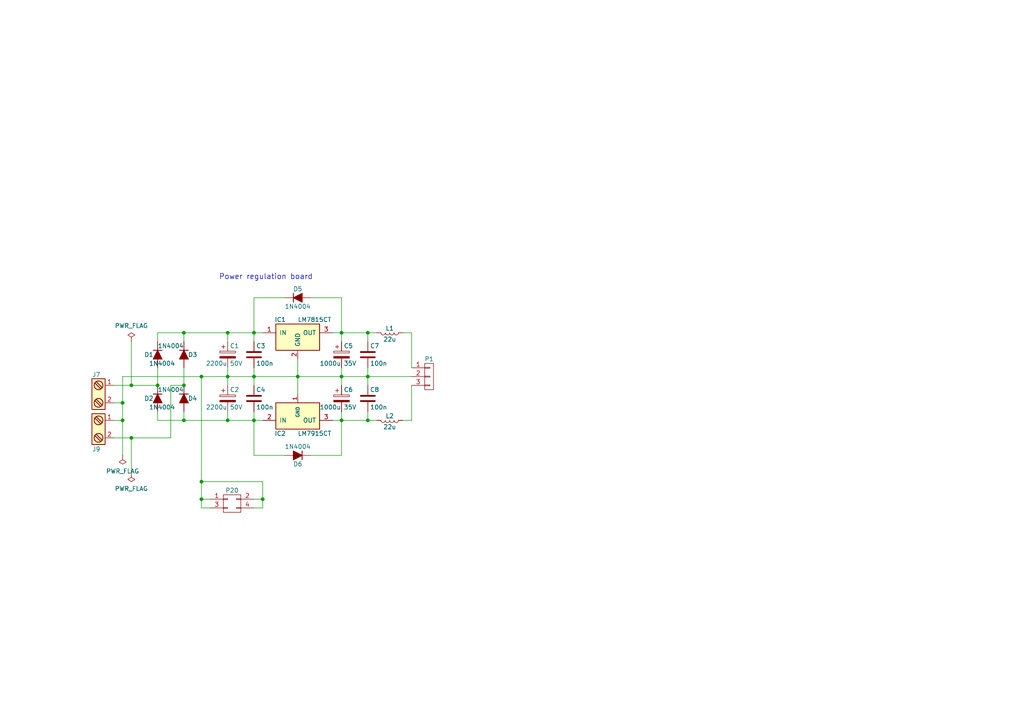
<source format=kicad_sch>
(kicad_sch (version 20211123) (generator eeschema)
  (paper "A4")
  (title_block (title "Pédale Vite v2 — 2x15V AC to DC converter for the audio interface") (date "2019-10-28") (rev "Draft design") (company "Laurent DE SORAS"))
  (lib_symbols
    (symbol "Device:C" (pin_numbers hide) (pin_names (offset 0.254))
      (property "Reference" "C" (at 0.635 2.54 0))
      (property "Value" "C" (at 0.635 -2.54 0))
      (symbol "C_0_1"
        (polyline (pts (xy -2.032 -0.762) (xy 2.032 -0.762)) (stroke (width 0.508)))
        (polyline (pts (xy -2.032 0.762) (xy 2.032 0.762)) (stroke (width 0.508)))
      )
      (symbol "C_1_1"
        (pin passive line (at 0 3.81 270) (length 2.794) (name "~") (number "1"))
        (pin passive line (at 0 -3.81 90) (length 2.794) (name "~") (number "2"))
      )
    )
    (symbol "Device:CP" (pin_numbers hide) (pin_names (offset 0.254))
      (property "Reference" "C" (at 0.635 2.54 0))
      (property "Value" "Device_CP" (at 0.635 -2.54 0))
      (symbol "CP_0_1"
        (rectangle (start -2.286 0.508) (end 2.286 1.016))
        (polyline (pts (xy -1.778 2.286) (xy -0.762 2.286)))
        (polyline (pts (xy -1.27 2.794) (xy -1.27 1.778)))
        (rectangle (start 2.286 -0.508) (end -2.286 -1.016) (fill (type outline)))
      )
      (symbol "CP_1_1"
        (pin passive line (at 0 3.81 270) (length 2.794) (name "~") (number "1"))
        (pin passive line (at 0 -3.81 90) (length 2.794) (name "~") (number "2"))
      )
    )
    (symbol "Device:D_ALT" (pin_numbers hide) (pin_names (offset 1.016) hide)
      (property "Reference" "D" (at 0 2.54 0))
      (property "Value" "Device_D_ALT" (at 0 -2.54 0))
      (symbol "D_ALT_0_1"
        (polyline (pts (xy -1.27 1.27) (xy -1.27 -1.27)) (stroke (width 0.254)))
        (polyline (pts (xy 1.27 0) (xy -1.27 0)))
        (polyline (pts (xy 1.27 1.27) (xy 1.27 -1.27) (xy -1.27 0) (xy 1.27 1.27)) (stroke (width 0.254)) (fill (type outline)))
      )
      (symbol "D_ALT_1_1"
        (pin passive line (at -3.81 0 0) (length 2.54) (name "K") (number "1"))
        (pin passive line (at 3.81 0 180) (length 2.54) (name "A") (number "2"))
      )
    )
    (symbol "Device:L" (pin_numbers hide) (pin_names (offset 1.016) hide)
      (property "Reference" "L" (at -1.27 0 90))
      (property "Value" "L" (at 1.905 0 90))
      (symbol "L_0_1"
        (arc (start 0 -2.54) (mid 0.635 -1.905) (end 0 -1.27))
        (arc (start 0 -1.27) (mid 0.635 -0.635) (end 0 0))
        (arc (start 0 0) (mid 0.635 0.635) (end 0 1.27))
        (arc (start 0 1.27) (mid 0.635 1.905) (end 0 2.54))
      )
      (symbol "L_1_1"
        (pin passive line (at 0 3.81 270) (length 1.27) (name "1") (number "1"))
        (pin passive line (at 0 -3.81 90) (length 1.27) (name "2") (number "2"))
      )
    )
    (symbol "conn:CONN_01X03" (pin_names (offset 1.016) hide)
      (property "Reference" "J" (at 0 5.08 0))
      (property "Value" "conn_CONN_01X03" (at 2.54 0 90))
      (symbol "CONN_01X03_0_1"
        (rectangle (start -1.27 -2.413) (end 0.254 -2.667))
        (rectangle (start -1.27 0.127) (end 0.254 -0.127))
        (rectangle (start -1.27 2.667) (end 0.254 2.413))
        (rectangle (start -1.27 3.81) (end 1.27 -3.81))
      )
      (symbol "CONN_01X03_1_1"
        (pin passive line (at -5.08 2.54 0) (length 3.81) (name "P1") (number "1"))
        (pin passive line (at -5.08 0 0) (length 3.81) (name "P2") (number "2"))
        (pin passive line (at -5.08 -2.54 0) (length 3.81) (name "P3") (number "3"))
      )
    )
    (symbol "conn:CONN_02X02" (pin_names (offset 0.0254) hide)
      (property "Reference" "J" (at 0 3.81 0))
      (property "Value" "conn_CONN_02X02" (at 0 -3.81 0))
      (symbol "CONN_02X02_0_1"
        (rectangle (start -2.54 -1.143) (end -1.27 -1.397))
        (rectangle (start -2.54 1.397) (end -1.27 1.143))
        (rectangle (start -2.54 2.54) (end 2.54 -2.54))
        (rectangle (start 1.27 -1.143) (end 2.54 -1.397))
        (rectangle (start 1.27 1.397) (end 2.54 1.143))
      )
      (symbol "CONN_02X02_1_1"
        (pin passive line (at -6.35 1.27 0) (length 3.81) (name "P1") (number "1"))
        (pin passive line (at 6.35 1.27 180) (length 3.81) (name "P2") (number "2"))
        (pin passive line (at -6.35 -1.27 0) (length 3.81) (name "P3") (number "3"))
        (pin passive line (at 6.35 -1.27 180) (length 3.81) (name "P4") (number "4"))
      )
    )
    (symbol "conn:Screw_Terminal_1x02" (pin_names (offset 0.762) hide)
      (property "Reference" "J" (at 0 6.35 0))
      (property "Value" "conn_Screw_Terminal_1x02" (at -3.81 0 90))
      (symbol "Screw_Terminal_1x02_0_1"
        (rectangle (start -1.27 4.445) (end 2.54 -4.445) (stroke (width 0.254)) (fill (type background)))
        (polyline (pts (xy -0.381 -1.905) (xy 1.27 -3.556)) (stroke (width 0.254)))
        (polyline (pts (xy 0 3.556) (xy 1.651 1.905)) (stroke (width 0.254)))
        (polyline (pts (xy 1.27 1.524) (xy -0.381 3.175)) (stroke (width 0.254)))
        (polyline (pts (xy 1.651 -3.175) (xy 0 -1.524)) (stroke (width 0.254)))
        (circle (center 0.635 -2.54) (radius 1.27) (stroke (width 0.254)))
        (circle (center 0.635 2.54) (radius 1.27) (stroke (width 0.254)))
      )
      (symbol "Screw_Terminal_1x02_1_1"
        (pin passive line (at 5.08 2.54 180) (length 2.54) (name "~") (number "1"))
        (pin passive line (at 5.08 -2.54 180) (length 2.54) (name "~") (number "2"))
      )
    )
    (symbol "power:PWR_FLAG" (power) (pin_numbers hide) (pin_names (offset 0) hide)
      (property "Value" "PWR_FLAG" (at 0 3.81 0))
      (symbol "PWR_FLAG_0_0"
        (pin power_out line (at 0 0 90) (length 0) (name "pwr") (number "1"))
      )
      (symbol "PWR_FLAG_0_1"
        (polyline (pts (xy 0 0) (xy 0 1.27) (xy -1.016 1.905) (xy 0 2.54) (xy 1.016 1.905) (xy 0 1.27)))
      )
    )
    (symbol "regul:LM7815CT" (pin_names (offset 1.016))
      (property "Reference" "U" (at -5.08 5.08 0))
      (property "Value" "regul_LM7815CT" (at 0 5.08 0))
      (symbol "LM7815CT_0_1"
        (rectangle (start -6.35 3.81) (end 6.35 -3.81) (stroke (width 0.254)) (fill (type background)))
      )
      (symbol "LM7815CT_1_1"
        (pin input line (at -10.16 1.27 0) (length 3.81) (name "IN") (number "1"))
        (pin power_in line (at 0 -6.35 90) (length 2.54) (name "GND") (number "2"))
        (pin power_out line (at 10.16 1.27 180) (length 3.81) (name "OUT") (number "3"))
      )
    )
    (symbol "regul:LM7915CT" (pin_names (offset 1.016))
      (property "Reference" "U" (at -5.08 -5.08 0))
      (property "Value" "regul_LM7915CT" (at 0 -5.08 0))
      (symbol "LM7915CT_0_1"
        (rectangle (start -6.35 3.81) (end 6.35 -3.81) (stroke (width 0.254)) (fill (type background)))
      )
      (symbol "LM7915CT_1_1"
        (pin power_in line (at 0 6.35 270) (length 2.54) (name "GND") (number "1"))
        (pin input line (at -10.16 -1.27 0) (length 3.81) (name "IN") (number "2"))
        (pin power_out line (at 10.16 -1.27 180) (length 3.81) (name "OUT") (number "3"))
      )
    )
  )
  (junction (at 106.68 96.52))
  (junction (at 66.04 121.92))
  (junction (at 58.42 139.7))
  (junction (at 38.1 111.76))
  (junction (at 38.1 127))
  (junction (at 53.34 96.52))
  (junction (at 35.56 116.84))
  (junction (at 45.72 111.76))
  (junction (at 58.42 144.78))
  (junction (at 99.06 96.52))
  (junction (at 58.42 109.22))
  (junction (at 76.2 144.78))
  (junction (at 99.06 121.92))
  (junction (at 35.56 121.92))
  (junction (at 73.66 121.92))
  (junction (at 106.68 109.22))
  (junction (at 99.06 109.22))
  (junction (at 66.04 109.22))
  (junction (at 73.66 96.52))
  (junction (at 86.36 109.22))
  (junction (at 106.68 121.92))
  (junction (at 66.04 96.52))
  (junction (at 53.34 111.76))
  (junction (at 73.66 109.22))
  (junction (at 53.34 121.92))
  (wire (pts (xy 99.06 96.52) (xy 106.68 96.52)))
  (wire (pts (xy 73.66 106.68) (xy 73.66 109.22)))
  (wire (pts (xy 53.34 121.92) (xy 53.34 119.38)))
  (wire (pts (xy 45.72 111.76) (xy 45.72 106.68)))
  (wire (pts (xy 76.2 147.32) (xy 73.66 147.32)))
  (wire (pts (xy 58.42 139.7) (xy 58.42 144.78)))
  (wire (pts (xy 106.68 109.22) (xy 106.68 111.76)))
  (wire (pts (xy 33.02 116.84) (xy 35.56 116.84)))
  (wire (pts (xy 73.66 96.52) (xy 73.66 99.06)))
  (wire (pts (xy 38.1 99.06) (xy 38.1 111.76)))
  (wire (pts (xy 76.2 144.78) (xy 73.66 144.78)))
  (wire (pts (xy 99.06 121.92) (xy 99.06 132.08)))
  (wire (pts (xy 99.06 86.36) (xy 99.06 96.52)))
  (wire (pts (xy 58.42 139.7) (xy 76.2 139.7)))
  (wire (pts (xy 119.38 121.92) (xy 119.38 111.76)))
  (wire (pts (xy 49.53 111.76) (xy 53.34 111.76)))
  (wire (pts (xy 106.68 106.68) (xy 106.68 109.22)))
  (wire (pts (xy 66.04 106.68) (xy 66.04 109.22)))
  (wire (pts (xy 49.53 127) (xy 49.53 111.76)))
  (wire (pts (xy 73.66 86.36) (xy 73.66 96.52)))
  (wire (pts (xy 58.42 147.32) (xy 60.96 147.32)))
  (wire (pts (xy 86.36 109.22) (xy 86.36 114.3)))
  (wire (pts (xy 73.66 119.38) (xy 73.66 121.92)))
  (wire (pts (xy 35.56 109.22) (xy 35.56 116.84)))
  (wire (pts (xy 99.06 96.52) (xy 99.06 99.06)))
  (wire (pts (xy 73.66 132.08) (xy 82.55 132.08)))
  (wire (pts (xy 45.72 121.92) (xy 53.34 121.92)))
  (wire (pts (xy 58.42 144.78) (xy 58.42 147.32)))
  (wire (pts (xy 58.42 109.22) (xy 66.04 109.22)))
  (wire (pts (xy 96.52 96.52) (xy 99.06 96.52)))
  (wire (pts (xy 53.34 106.68) (xy 53.34 111.76)))
  (wire (pts (xy 35.56 109.22) (xy 58.42 109.22)))
  (wire (pts (xy 66.04 121.92) (xy 73.66 121.92)))
  (wire (pts (xy 99.06 132.08) (xy 90.17 132.08)))
  (wire (pts (xy 106.68 96.52) (xy 109.22 96.52)))
  (wire (pts (xy 35.56 121.92) (xy 33.02 121.92)))
  (wire (pts (xy 33.02 111.76) (xy 38.1 111.76)))
  (wire (pts (xy 73.66 121.92) (xy 76.2 121.92)))
  (wire (pts (xy 99.06 109.22) (xy 106.68 109.22)))
  (wire (pts (xy 35.56 116.84) (xy 35.56 121.92)))
  (wire (pts (xy 86.36 104.14) (xy 86.36 109.22)))
  (wire (pts (xy 53.34 99.06) (xy 53.34 96.52)))
  (wire (pts (xy 45.72 96.52) (xy 53.34 96.52)))
  (wire (pts (xy 76.2 139.7) (xy 76.2 144.78)))
  (wire (pts (xy 38.1 127) (xy 49.53 127)))
  (wire (pts (xy 66.04 109.22) (xy 73.66 109.22)))
  (wire (pts (xy 45.72 99.06) (xy 45.72 96.52)))
  (wire (pts (xy 45.72 119.38) (xy 45.72 121.92)))
  (wire (pts (xy 58.42 109.22) (xy 58.42 139.7)))
  (wire (pts (xy 73.66 121.92) (xy 73.66 132.08)))
  (wire (pts (xy 119.38 121.92) (xy 116.84 121.92)))
  (wire (pts (xy 99.06 109.22) (xy 99.06 111.76)))
  (wire (pts (xy 35.56 121.92) (xy 35.56 132.08)))
  (wire (pts (xy 76.2 144.78) (xy 76.2 147.32)))
  (wire (pts (xy 119.38 96.52) (xy 116.84 96.52)))
  (wire (pts (xy 99.06 119.38) (xy 99.06 121.92)))
  (wire (pts (xy 66.04 99.06) (xy 66.04 96.52)))
  (wire (pts (xy 106.68 109.22) (xy 119.38 109.22)))
  (wire (pts (xy 66.04 109.22) (xy 66.04 111.76)))
  (wire (pts (xy 106.68 121.92) (xy 106.68 119.38)))
  (wire (pts (xy 99.06 106.68) (xy 99.06 109.22)))
  (wire (pts (xy 38.1 137.16) (xy 38.1 127)))
  (wire (pts (xy 58.42 144.78) (xy 60.96 144.78)))
  (wire (pts (xy 73.66 96.52) (xy 76.2 96.52)))
  (wire (pts (xy 38.1 111.76) (xy 45.72 111.76)))
  (wire (pts (xy 90.17 86.36) (xy 99.06 86.36)))
  (wire (pts (xy 66.04 119.38) (xy 66.04 121.92)))
  (wire (pts (xy 73.66 109.22) (xy 73.66 111.76)))
  (wire (pts (xy 106.68 96.52) (xy 106.68 99.06)))
  (wire (pts (xy 99.06 121.92) (xy 106.68 121.92)))
  (wire (pts (xy 96.52 121.92) (xy 99.06 121.92)))
  (wire (pts (xy 106.68 121.92) (xy 109.22 121.92)))
  (wire (pts (xy 86.36 109.22) (xy 99.06 109.22)))
  (wire (pts (xy 73.66 86.36) (xy 82.55 86.36)))
  (wire (pts (xy 119.38 106.68) (xy 119.38 96.52)))
  (wire (pts (xy 66.04 96.52) (xy 73.66 96.52)))
  (wire (pts (xy 53.34 121.92) (xy 66.04 121.92)))
  (wire (pts (xy 53.34 96.52) (xy 66.04 96.52)))
  (wire (pts (xy 33.02 127) (xy 38.1 127)))
  (wire (pts (xy 73.66 109.22) (xy 86.36 109.22)))
  (text "Power regulation board" (at 63.5 81.28 0) (effects (font (size 1.524 1.524)) (justify left bottom)))
  (symbol (lib_id "Device:D_ALT") (at 45.72 115.57 270) (unit 1)
    (property "Reference" "D2" (at 43.18 115.57 90))
    (property "Value" "1N4004" (at 46.99 118.11 90))
    (property "Footprint" "Diodes_THT:D_DO-41_SOD81_P7.62mm_Horizontal" (effects hide))
  )
  (symbol (lib_id "Device:D_ALT") (at 45.72 102.87 270) (unit 1)
    (property "Reference" "D1" (at 43.18 102.87 90))
    (property "Value" "1N4004" (at 46.99 105.41 90))
    (property "Footprint" "Diodes_THT:D_DO-41_SOD81_P7.62mm_Horizontal" (effects hide))
  )
  (symbol (lib_id "Device:D_ALT") (at 53.34 115.57 270) (unit 1)
    (property "Reference" "D4" (at 55.88 115.57 90))
    (property "Value" "1N4004" (at 49.53 113.03 90))
    (property "Footprint" "Diodes_THT:D_DO-41_SOD81_P7.62mm_Horizontal" (effects hide))
  )
  (symbol (lib_id "Device:D_ALT") (at 53.34 102.87 270) (unit 1)
    (property "Reference" "D3" (at 55.88 102.87 90))
    (property "Value" "1N4004" (at 49.53 100.33 90))
    (property "Footprint" "Diodes_THT:D_DO-41_SOD81_P7.62mm_Horizontal" (effects hide))
  )
  (symbol (lib_id "Device:CP") (at 66.04 102.87 0) (unit 1)
    (property "Reference" "C1" (at 66.675 100.33 0) (effects (justify left)))
    (property "Value" "2200u 50V" (at 59.69 105.41 0) (effects (justify left)))
    (property "Footprint" "Capacitors_THT:CP_Radial_D18.0mm_P7.50mm" (effects hide))
  )
  (symbol (lib_id "Device:C") (at 73.66 102.87 0) (unit 1)
    (property "Reference" "C3" (at 74.295 100.33 0) (effects (justify left)))
    (property "Value" "100n" (at 74.295 105.41 0) (effects (justify left)))
    (property "Footprint" "Capacitors_THT:C_Disc_D3.4mm_W2.1mm_P2.50mm" (effects hide))
  )
  (symbol (lib_id "Device:C") (at 73.66 115.57 0) (unit 1)
    (property "Reference" "C4" (at 74.295 113.03 0) (effects (justify left)))
    (property "Value" "100n" (at 74.295 118.11 0) (effects (justify left)))
    (property "Footprint" "Capacitors_THT:C_Disc_D3.4mm_W2.1mm_P2.50mm" (effects hide))
  )
  (symbol (lib_id "Device:CP") (at 66.04 115.57 0) (unit 1)
    (property "Reference" "C2" (at 66.675 113.03 0) (effects (justify left)))
    (property "Value" "2200u 50V" (at 59.69 118.11 0) (effects (justify left)))
    (property "Footprint" "Capacitors_THT:CP_Radial_D18.0mm_P7.50mm" (effects hide))
  )
  (symbol (lib_id "Device:D_ALT") (at 86.36 86.36 0) (unit 1)
    (property "Reference" "D5" (at 86.36 83.82 0))
    (property "Value" "1N4004" (at 86.36 88.9 0))
    (property "Footprint" "Diodes_THT:D_DO-41_SOD81_P7.62mm_Horizontal" (effects hide))
  )
  (symbol (lib_id "Device:D_ALT") (at 86.36 132.08 180) (unit 1)
    (property "Reference" "D6" (at 86.36 134.62 0))
    (property "Value" "1N4004" (at 86.36 129.54 0))
    (property "Footprint" "Diodes_THT:D_DO-41_SOD81_P7.62mm_Horizontal" (effects hide))
  )
  (symbol (lib_id "Device:CP") (at 99.06 115.57 0) (unit 1)
    (property "Reference" "C6" (at 99.695 113.03 0) (effects (justify left)))
    (property "Value" "1000u 35V" (at 92.71 118.11 0) (effects (justify left)))
    (property "Footprint" "Capacitors_THT:CP_Radial_D12.5mm_P5.00mm" (effects hide))
  )
  (symbol (lib_id "regul:LM7815CT") (at 86.36 97.79 0) (unit 1)
    (property "Reference" "IC1" (at 81.28 92.71 0))
    (property "Value" "LM7815CT" (at 86.36 92.71 0) (effects (justify left)))
    (property "Footprint" "TO_SOT_Packages_THT:TO-220_Vertical" (effects hide))
  )
  (symbol (lib_id "regul:LM7915CT") (at 86.36 120.65 0) (unit 1)
    (property "Reference" "IC2" (at 81.28 125.73 0))
    (property "Value" "LM7915CT" (at 86.36 125.73 0) (effects (justify left)))
    (property "Footprint" "TO_SOT_Packages_THT:TO-220_Vertical" (effects hide))
  )
  (symbol (lib_id "Device:C") (at 106.68 102.87 0) (unit 1)
    (property "Reference" "C7" (at 107.315 100.33 0) (effects (justify left)))
    (property "Value" "100n" (at 107.315 105.41 0) (effects (justify left)))
    (property "Footprint" "Capacitors_THT:C_Disc_D3.4mm_W2.1mm_P2.50mm" (effects hide))
  )
  (symbol (lib_id "Device:C") (at 106.68 115.57 0) (unit 1)
    (property "Reference" "C8" (at 107.315 113.03 0) (effects (justify left)))
    (property "Value" "100n" (at 107.315 118.11 0) (effects (justify left)))
    (property "Footprint" "Capacitors_THT:C_Disc_D3.4mm_W2.1mm_P2.50mm" (effects hide))
  )
  (symbol (lib_id "Device:CP") (at 99.06 102.87 0) (unit 1)
    (property "Reference" "C5" (at 99.695 100.33 0) (effects (justify left)))
    (property "Value" "1000u 35V" (at 92.71 105.41 0) (effects (justify left)))
    (property "Footprint" "Capacitors_THT:CP_Radial_D12.5mm_P5.00mm" (effects hide))
  )
  (symbol (lib_id "Device:L") (at 113.03 96.52 270) (unit 1)
    (property "Reference" "L1" (at 113.03 95.25 90))
    (property "Value" "22u" (at 113.03 98.425 90))
    (property "Footprint" "Inductors_NEOSID:Neosid_Inductor_Sd8" (effects hide))
  )
  (symbol (lib_id "Device:L") (at 113.03 121.92 270) (unit 1)
    (property "Reference" "L2" (at 113.03 120.65 90))
    (property "Value" "22u" (at 113.03 123.825 90))
    (property "Footprint" "Inductors_NEOSID:Neosid_Inductor_Sd8" (effects hide))
  )
  (symbol (lib_id "conn:Screw_Terminal_1x02") (at 27.94 114.3 0) (unit 1)
    (property "Reference" "J7" (at 27.94 107.95 0) (effects (justify top)))
    (property "Value" "Screw_Terminal_1x02" (effects hide))
    (property "Footprint" "Connectors_Terminal_Blocks:TerminalBlock_Pheonix_MKDS1.5-2pol" (effects hide))
  )
  (symbol (lib_id "conn:Screw_Terminal_1x02") (at 27.94 124.46 0) (unit 1)
    (property "Reference" "J9" (at 27.94 129.54 0) (effects (justify top)))
    (property "Value" "Screw_Terminal_1x02" (effects hide))
    (property "Footprint" "Connectors_Terminal_Blocks:TerminalBlock_Pheonix_MKDS1.5-2pol" (effects hide))
  )
  (symbol (lib_id "conn:CONN_01X03") (at 124.46 109.22 0) (unit 1)
    (property "Reference" "P1" (at 124.46 104.14 0))
    (property "Value" "CONN_01X03" (effects hide))
    (property "Footprint" "Connectors_Molex:Molex_KK-6410-03_03x2.54mm_Straight" (effects hide))
  )
  (symbol (lib_id "power:PWR_FLAG") (at 38.1 137.16 0) (mirror x) (unit 1)
    (property "Reference" "#FLG01" (effects hide))
    (property "Value" "PWR_FLAG" (at 38.1 141.732 0))
  )
  (symbol (lib_id "power:PWR_FLAG") (at 38.1 99.06 0) (unit 1)
    (property "Reference" "#FLG02" (effects hide))
    (property "Value" "PWR_FLAG" (at 38.1 94.488 0))
  )
  (symbol (lib_id "power:PWR_FLAG") (at 35.56 132.08 0) (mirror x) (unit 1)
    (property "Reference" "#FLG03" (effects hide))
    (property "Value" "PWR_FLAG" (at 35.56 136.652 0))
  )
  (symbol (lib_id "conn:CONN_02X02") (at 67.31 146.05 0) (unit 1)
    (property "Reference" "P20" (at 67.31 142.24 0))
    (property "Value" "CONN_02X02" (effects hide))
    (property "Footprint" "Pin_Headers:Pin_Header_Straight_2x02_Pitch2.54mm" (effects hide))
  )
)
</source>
